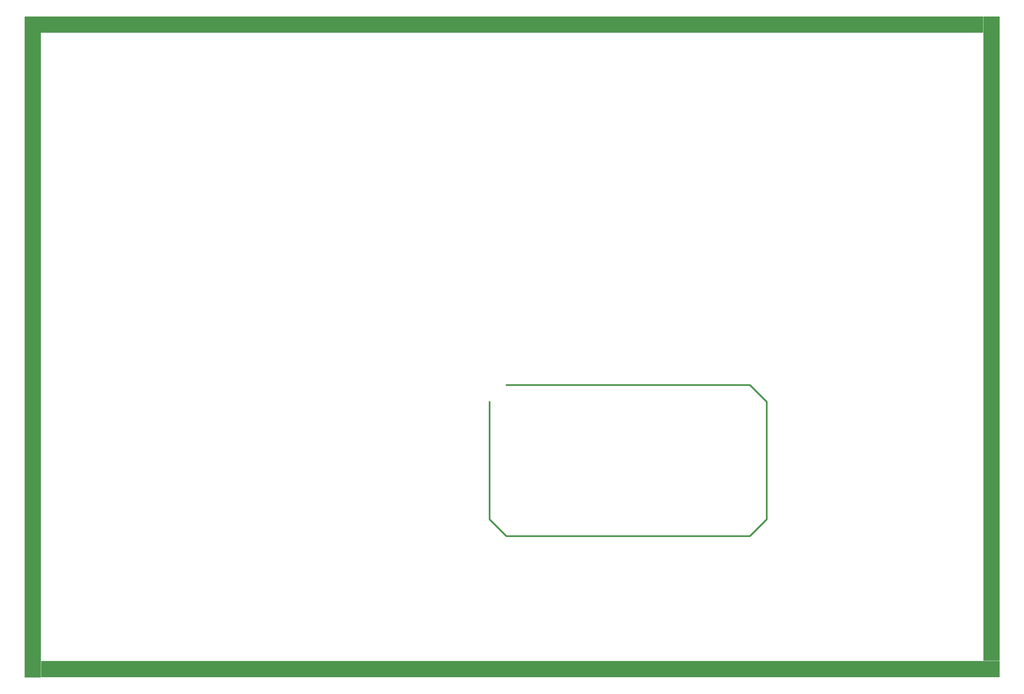
<source format=gko>
G04 Layer_Color=16711935*
%FSLAX24Y24*%
%MOIN*%
G70*
G01*
G75*
%ADD31C,0.0197*%
%ADD55R,0.1969X7.8740*%
%ADD56R,11.4173X0.1969*%
%ADD57R,0.1969X7.6772*%
%ADD58R,11.2205X0.1969*%
G54D31*
X-0Y2000D02*
Y16000D01*
Y2000D02*
X2000Y0D01*
X31000D01*
X33000Y2000D01*
Y16000D01*
X31000Y18000D02*
X33000Y16000D01*
X2000Y18000D02*
X31000D01*
G54D55*
X-54407Y22547D02*
D03*
G54D56*
X3663Y-15839D02*
D03*
G54D57*
X59766Y23531D02*
D03*
G54D58*
X2679Y60933D02*
D03*
M02*

</source>
